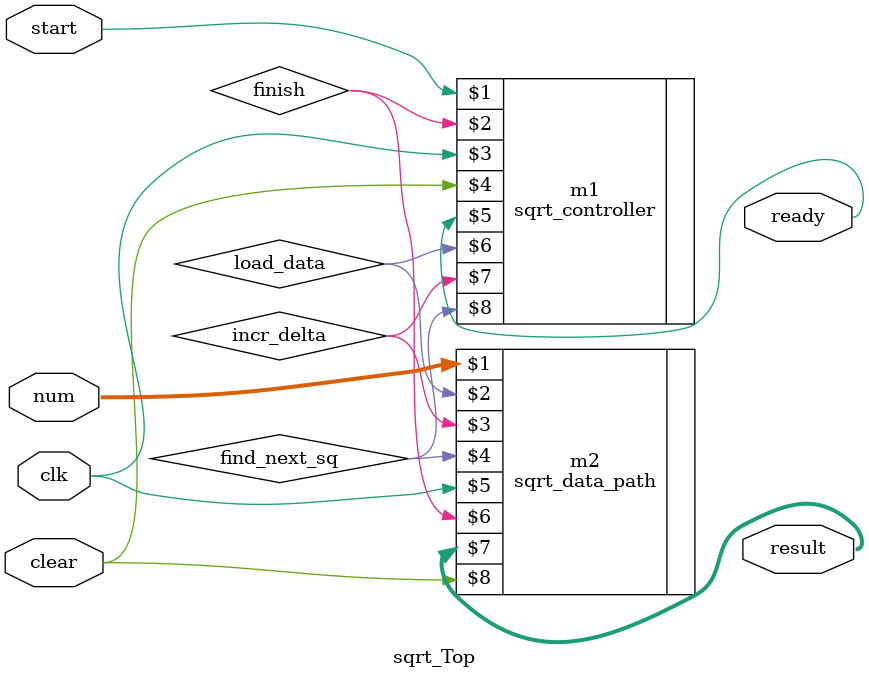
<source format=v>

module sqrt_Top(start, clk, clear, num, result, ready);
	 input start, clk, clear;
	 input [6:0] num;
	 output [3:0] result;
	 output ready;
	 
	 wire finish, load_data,incr_delta, find_next_sq;
	 
	 sqrt_controller m1(start, finish, clk, clear, ready, load_data, incr_delta, find_next_sq);
	 sqrt_data_path m2(num, load_data, incr_delta, find_next_sq, clk, finish, result, clear);
    
endmodule
</source>
